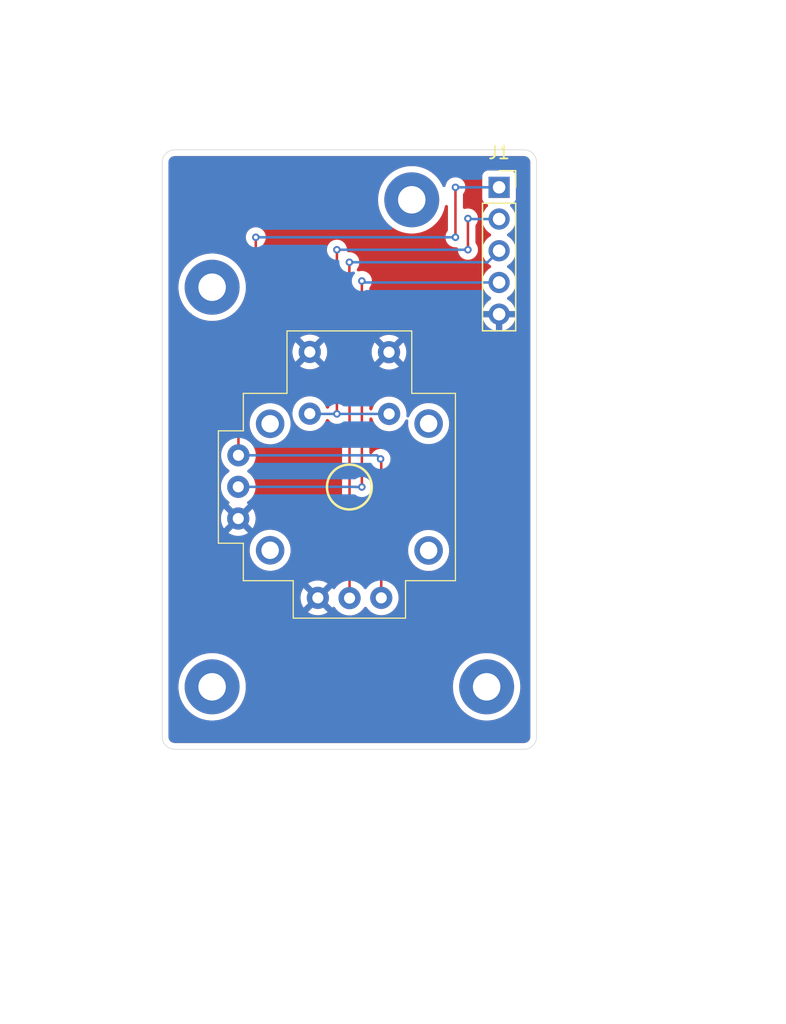
<source format=kicad_pcb>
(kicad_pcb (version 20241229) (generator "pcbnew") (generator_version "9.0")
  (layers (0 "F.Cu" signal) (2 "B.Cu" signal) (13 "F.Paste" user) (15 "B.Paste" user) (5 "F.SilkS" user "F.Silkscreen") (7 "B.SilkS" user "B.Silkscreen") (1 "F.Mask" user) (3 "B.Mask" user) (25 "Edge.Cuts" user))
  (net 0 "")
  (net 1 "VCC")
  (net 2 "Button")
  (net 3 "GND")
  (net 4 "Horizontal")
  (net 5 "Vertical")
  (footprint "Connector_PinSocket_2.54mm:PinSocket_1x05_P2.54mm_Vertical" (layer "F.Cu") (at 162 66)
    (property "Reference" "J1" (at 0 -2.77 0) (layer "F.SilkS"))
    (property "Value" "Conn_01x05_Socket")
    (fp_line (start -1.33 1.27) (end -1.33 11.49) (stroke (width 0.12)) (layer "F.SilkS"))
    (fp_line (start -1.33 1.27) (end 1.33 1.27) (stroke (width 0.12)) (layer "F.SilkS"))
    (fp_line (start -1.33 11.49) (end 1.33 11.49) (stroke (width 0.12)) (layer "F.SilkS"))
    (fp_line (start 0 -1.33) (end 1.33 -1.33) (stroke (width 0.12)) (layer "F.SilkS"))
    (fp_line (start 1.33 -1.33) (end 1.33 0) (stroke (width 0.12)) (layer "F.SilkS"))
    (fp_line (start 1.33 1.27) (end 1.33 11.49) (stroke (width 0.12)) (layer "F.SilkS"))
    (pad "1" thru_hole rect (at 0 0) (size 1.7 1.7) (drill 1) (layers "*.Cu" "*.Mask") (net 1 "VCC"))
    (pad "2" thru_hole oval (at 0 2.54) (size 1.7 1.7) (drill 1) (layers "*.Cu" "*.Mask") (net 2 "Button"))
    (pad "3" thru_hole oval (at 0 5.08) (size 1.7 1.7) (drill 1) (layers "*.Cu" "*.Mask") (net 4 "Horizontal"))
    (pad "4" thru_hole oval (at 0 7.62) (size 1.7 1.7) (drill 1) (layers "*.Cu" "*.Mask") (net 5 "Vertical"))
    (pad "5" thru_hole oval (at 0 10.16) (size 1.7 1.7) (drill 1) (layers "*.Cu" "*.Mask") (net 3 "GND"))
  )
  (footprint "MountingHole:MountingHole_2.2mm_M2_Pad" (layer "F.Cu") (at 139 74)
    (property "Reference" "REF**" (hide yes))
    (property "Value" "MountingHole_2.2mm_M2_Pad")
    (pad "" thru_hole circle (at 0 0) (size 4.4 4.4) (drill 2.2) (layers "*.Cu" "*.Mask"))
  )
  (footprint "MountingHole:MountingHole_2.2mm_M2_Pad" (layer "F.Cu") (at 161 106)
    (property "Reference" "REF**" (hide yes))
    (property "Value" "MountingHole_2.2mm_M2_Pad")
    (pad "" thru_hole circle (at 0 0) (size 4.4 4.4) (drill 2.2) (layers "*.Cu" "*.Mask"))
  )
  (footprint "MountingHole:MountingHole_2.2mm_M2_Pad" (layer "F.Cu") (at 139 106)
    (property "Reference" "REF**" (hide yes))
    (property "Value" "MountingHole_2.2mm_M2_Pad")
    (pad "" thru_hole circle (at 0 0) (size 4.4 4.4) (drill 2.2) (layers "*.Cu" "*.Mask"))
  )
  (footprint "Library:PS4_joystick" (layer "F.Cu") (at 150 90)
    (property "Reference" "U1" (hide yes))
    (property "Value" "Analog Joystick" (hide yes))
    (fp_line (start -10.5 -4.5) (end -10.5 4.5) (stroke (width 0.1)) (layer "F.SilkS"))
    (fp_line (start -10.5 4.5) (end -8.5 4.5) (stroke (width 0.1)) (layer "F.SilkS"))
    (fp_line (start -8.5 -7.5) (end -8.5 -4.5) (stroke (width 0.1)) (layer "F.SilkS"))
    (fp_line (start -8.5 -4.5) (end -10.5 -4.5) (stroke (width 0.1)) (layer "F.SilkS"))
    (fp_line (start -8.5 4.5) (end -8.5 7.5) (stroke (width 0.1)) (layer "F.SilkS"))
    (fp_line (start -8.5 7.5) (end -4.5 7.5) (stroke (width 0.1)) (layer "F.SilkS"))
    (fp_line (start -5 -7.5) (end -8.5 -7.5) (stroke (width 0.1)) (layer "F.SilkS"))
    (fp_line (start -5 -7.5) (end -5 -12.5) (stroke (width 0.1)) (layer "F.SilkS"))
    (fp_line (start -4.5 7.5) (end -4.5 10.5) (stroke (width 0.1)) (layer "F.SilkS"))
    (fp_line (start -4.5 10.5) (end 4.5 10.5) (stroke (width 0.1)) (layer "F.SilkS"))
    (fp_line (start 4.5 7.5) (end 8.5 7.5) (stroke (width 0.1)) (layer "F.SilkS"))
    (fp_line (start 4.5 10.5) (end 4.5 7.5) (stroke (width 0.1)) (layer "F.SilkS"))
    (fp_line (start 5 -12.5) (end -5 -12.5) (stroke (width 0.1)) (layer "F.SilkS"))
    (fp_line (start 5 -7.5) (end 5 -12.5) (stroke (width 0.1)) (layer "F.SilkS"))
    (fp_line (start 8.5 -7.5) (end 5 -7.5) (stroke (width 0.1)) (layer "F.SilkS"))
    (fp_line (start 8.5 7.5) (end 8.5 -7.5) (stroke (width 0.1)) (layer "F.SilkS"))
    (fp_circle (center 0 0) (end 1.796034 0) (stroke (width 0.2)) (fill no) (layer "F.SilkS"))
    (pad "" thru_hole circle (at -6.35 -5.0648) (size 2.286 2.286) (drill 1.397) (layers "*.Cu" "*.Mask"))
    (pad "" thru_hole circle (at -6.35 5.0652) (size 2.286 2.286) (drill 1.397) (layers "*.Cu" "*.Mask"))
    (pad "" thru_hole circle (at 6.35 -5.08) (size 2.286 2.286) (drill 1.397) (layers "*.Cu" "*.Mask"))
    (pad "" thru_hole circle (at 6.35 5.08) (size 2.286 2.286) (drill 1.397) (layers "*.Cu" "*.Mask"))
    (pad "1" thru_hole circle (at -2.525 8.8752) (size 1.778 1.778) (drill 0.889) (layers "*.Cu" "*.Mask") (net 3 "GND"))
    (pad "2" thru_hole circle (at 0.015 8.8952) (size 1.778 1.778) (drill 0.889) (layers "*.Cu" "*.Mask") (net 4 "Horizontal"))
    (pad "3" thru_hole circle (at 2.555 8.8752) (size 1.778 1.778) (drill 0.889) (layers "*.Cu" "*.Mask") (net 1 "VCC"))
    (pad "4" thru_hole circle (at -8.89 -2.54) (size 1.778 1.778) (drill 0.889) (layers "*.Cu" "*.Mask") (net 1 "VCC"))
    (pad "5" thru_hole circle (at -8.905 -0.0148) (size 1.778 1.778) (drill 0.889) (layers "*.Cu" "*.Mask") (net 5 "Vertical"))
    (pad "6" thru_hole circle (at -8.905 2.5252) (size 1.778 1.778) (drill 0.889) (layers "*.Cu" "*.Mask") (net 3 "GND"))
    (pad "7" thru_hole circle (at -3.175 -5.8748) (size 1.778 1.778) (drill 0.9) (layers "*.Cu" "*.Mask") (net 2 "Button"))
    (pad "7" thru_hole circle (at 3.185 -5.8548) (size 1.778 1.778) (drill 0.9) (layers "*.Cu" "*.Mask") (net 2 "Button"))
    (pad "8" thru_hole circle (at -3.175 -10.8148) (size 1.778 1.778) (drill 0.9) (layers "*.Cu" "*.Mask") (net 3 "GND"))
    (pad "8" thru_hole circle (at 3.175 -10.795) (size 1.778 1.778) (drill 0.9) (layers "*.Cu" "*.Mask") (net 3 "GND"))
  )
  (footprint "MountingHole:MountingHole_2.2mm_M2_Pad" (layer "F.Cu") (at 155 67)
    (property "Reference" "REF**" (hide yes))
    (property "Value" "MountingHole_2.2mm_M2_Pad")
    (pad "" thru_hole circle (at 0 0) (size 4.4 4.4) (drill 2.2) (layers "*.Cu" "*.Mask"))
  )
  (gr_arc (start 135 64) (mid 135.292893 63.292893) (end 136 63) (stroke (width 0.05)) (layer "Edge.Cuts"))
  (gr_arc (start 164 63) (mid 164.707107 63.292893) (end 165 64) (stroke (width 0.05)) (layer "Edge.Cuts"))
  (gr_line (start 164 63) (end 136 63) (stroke (width 0.05)) (layer "Edge.Cuts"))
  (gr_line (start 165 64) (end 165 110) (stroke (width 0.05)) (layer "Edge.Cuts"))
  (gr_line (start 164 111) (end 136 111) (stroke (width 0.05)) (layer "Edge.Cuts"))
  (gr_arc (start 136 111) (mid 135.292893 110.707107) (end 135 110) (stroke (width 0.05)) (layer "Edge.Cuts"))
  (gr_arc (start 165 110) (mid 164.707107 110.707107) (end 164 111) (stroke (width 0.05)) (layer "Edge.Cuts"))
  (gr_line (start 135 110) (end 135 64) (stroke (width 0.05)) (layer "Edge.Cuts"))
  (segment (start 152.555 87.805) (end 152.555 98.8752) (width 0.2) (layer "F.Cu") (net 1))
  (segment (start 158.5 66) (end 158.5 70) (width 0.2) (layer "F.Cu") (net 1))
  (segment (start 141.11 83.11) (end 141.11 87.46) (width 0.2) (layer "F.Cu") (net 1))
  (segment (start 142.5 70) (end 142.5 81.72) (width 0.2) (layer "F.Cu") (net 1))
  (segment (start 152.5 87.75) (end 152.555 87.805) (width 0.2) (layer "F.Cu") (net 1))
  (segment (start 142.5 81.72) (end 141.11 83.11) (width 0.2) (layer "F.Cu") (net 1))
  (via (at 158.5 70) (size 0.6) (drill 0.3) (layers "F.Cu" "B.Cu") (net 1))
  (via (at 142.5 70) (size 0.6) (drill 0.3) (layers "F.Cu" "B.Cu") (net 1))
  (via (at 158.5 66) (size 0.6) (drill 0.3) (layers "F.Cu" "B.Cu") (net 1))
  (via (at 152.5 87.75) (size 0.6) (drill 0.3) (layers "F.Cu" "B.Cu") (net 1))
  (segment (start 162 66) (end 158.5 66) (width 0.2) (layer "B.Cu") (net 1))
  (segment (start 152.21 87.46) (end 152.5 87.75) (width 0.2) (layer "B.Cu") (net 1))
  (segment (start 158.5 70) (end 142.5 70) (width 0.2) (layer "B.Cu") (net 1))
  (segment (start 141.11 87.46) (end 152.21 87.46) (width 0.2) (layer "B.Cu") (net 1))
  (segment (start 149 84.1452) (end 149 71) (width 0.2) (layer "F.Cu") (net 2))
  (segment (start 159.5 71) (end 159.5 70.5) (width 0.2) (layer "F.Cu") (net 2))
  (segment (start 162 68.54) (end 161.96 68.5) (width 0.2) (layer "F.Cu") (net 2))
  (segment (start 159.5 68.5) (end 159.5 71) (width 0.2) (layer "F.Cu") (net 2))
  (via (at 149 84.1452) (size 0.6) (drill 0.3) (layers "F.Cu" "B.Cu") (net 2))
  (via (at 149 71) (size 0.6) (drill 0.3) (layers "F.Cu" "B.Cu") (net 2))
  (via (at 159.5 68.5) (size 0.6) (drill 0.3) (layers "F.Cu" "B.Cu") (net 2))
  (via (at 159.5 71) (size 0.6) (drill 0.3) (layers "F.Cu" "B.Cu") (net 2))
  (segment (start 162 68.54) (end 159.54 68.54) (width 0.2) (layer "B.Cu") (net 2))
  (segment (start 159.5 71) (end 149 71) (width 0.2) (layer "B.Cu") (net 2))
  (segment (start 153.185 84.1452) (end 149 84.1452) (width 0.2) (layer "B.Cu") (net 2))
  (segment (start 149 84.1452) (end 146.845 84.1452) (width 0.2) (layer "B.Cu") (net 2))
  (segment (start 159.54 68.54) (end 159.5 68.5) (width 0.2) (layer "B.Cu") (net 2))
  (segment (start 146.845 84.1452) (end 146.825 84.1252) (width 0.2) (layer "B.Cu") (net 2))
  (segment (start 150 72) (end 150 73) (width 0.2) (layer "F.Cu") (net 4))
  (segment (start 150.015 73.015) (end 150.015 98.8952) (width 0.2) (layer "F.Cu") (net 4))
  (segment (start 150 73) (end 150.015 73.015) (width 0.2) (layer "F.Cu") (net 4))
  (via (at 150 72) (size 0.6) (drill 0.3) (layers "F.Cu" "B.Cu") (net 4))
  (segment (start 161.08 72) (end 150 72) (width 0.2) (layer "B.Cu") (net 4))
  (segment (start 162 71.08) (end 161.08 72) (width 0.2) (layer "B.Cu") (net 4))
  (segment (start 151 73.5) (end 151 90) (width 0.2) (layer "F.Cu") (net 5))
  (via (at 151 90) (size 0.6) (drill 0.3) (layers "F.Cu" "B.Cu") (net 5))
  (via (at 151 73.5) (size 0.6) (drill 0.3) (layers "F.Cu" "B.Cu") (net 5))
  (segment (start 151.12 73.62) (end 151 73.5) (width 0.2) (layer "B.Cu") (net 5))
  (segment (start 162 73.62) (end 151.12 73.62) (width 0.2) (layer "B.Cu") (net 5))
  (segment (start 150.4852 89.9852) (end 141.095 89.9852) (width 0.2) (layer "B.Cu") (net 5))
  (segment (start 151 90) (end 150.5 90) (width 0.2) (layer "B.Cu") (net 5))
  (segment (start 150.5 90) (end 150.4852 89.9852) (width 0.2) (layer "B.Cu") (net 5))
  (zone (net 3) (net_name "GND") (layers "F.Cu" "B.Cu") (connect_pads (clearance 0.5)) (min_thickness 0.25) (fill yes (thermal_gap 0.5) (thermal_bridge_width 0.5))
    (polygon (pts (xy 122 128) (xy 122 52) (xy 184 51) (xy 185 133)))
  )
)
</source>
